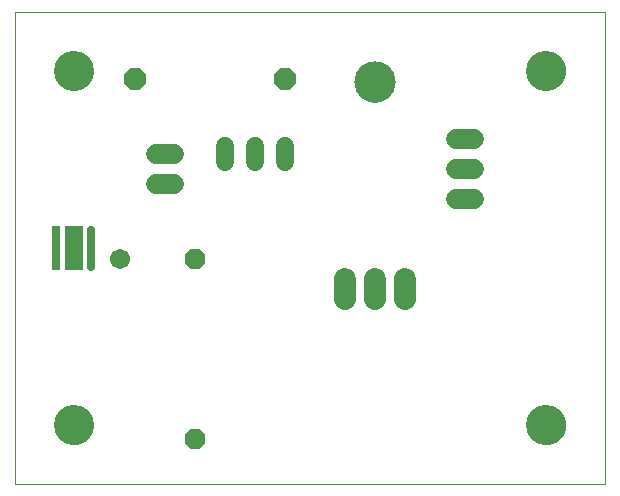
<source format=gbs>
G75*
%MOIN*%
%OFA0B0*%
%FSLAX25Y25*%
%IPPOS*%
%LPD*%
%AMOC8*
5,1,8,0,0,1.08239X$1,22.5*
%
%ADD10C,0.00000*%
%ADD11C,0.07400*%
%ADD12C,0.13800*%
%ADD13C,0.02215*%
%ADD14R,0.02769X0.14580*%
%ADD15R,0.05918X0.14580*%
%ADD16OC8,0.07400*%
%ADD17OC8,0.06800*%
%ADD18C,0.06000*%
%ADD19C,0.06800*%
%ADD20C,0.13398*%
%ADD21C,0.06706*%
D10*
X0007378Y0007378D02*
X0007378Y0164858D01*
X0204228Y0164858D01*
X0204228Y0007378D01*
X0007378Y0007378D01*
X0020764Y0027063D02*
X0020766Y0027221D01*
X0020772Y0027379D01*
X0020782Y0027537D01*
X0020796Y0027695D01*
X0020814Y0027852D01*
X0020835Y0028009D01*
X0020861Y0028165D01*
X0020891Y0028321D01*
X0020924Y0028476D01*
X0020962Y0028629D01*
X0021003Y0028782D01*
X0021048Y0028934D01*
X0021097Y0029085D01*
X0021150Y0029234D01*
X0021206Y0029382D01*
X0021266Y0029528D01*
X0021330Y0029673D01*
X0021398Y0029816D01*
X0021469Y0029958D01*
X0021543Y0030098D01*
X0021621Y0030235D01*
X0021703Y0030371D01*
X0021787Y0030505D01*
X0021876Y0030636D01*
X0021967Y0030765D01*
X0022062Y0030892D01*
X0022159Y0031017D01*
X0022260Y0031139D01*
X0022364Y0031258D01*
X0022471Y0031375D01*
X0022581Y0031489D01*
X0022694Y0031600D01*
X0022809Y0031709D01*
X0022927Y0031814D01*
X0023048Y0031916D01*
X0023171Y0032016D01*
X0023297Y0032112D01*
X0023425Y0032205D01*
X0023555Y0032295D01*
X0023688Y0032381D01*
X0023823Y0032465D01*
X0023959Y0032544D01*
X0024098Y0032621D01*
X0024239Y0032693D01*
X0024381Y0032763D01*
X0024525Y0032828D01*
X0024671Y0032890D01*
X0024818Y0032948D01*
X0024967Y0033003D01*
X0025117Y0033054D01*
X0025268Y0033101D01*
X0025420Y0033144D01*
X0025573Y0033183D01*
X0025728Y0033219D01*
X0025883Y0033250D01*
X0026039Y0033278D01*
X0026195Y0033302D01*
X0026352Y0033322D01*
X0026510Y0033338D01*
X0026667Y0033350D01*
X0026826Y0033358D01*
X0026984Y0033362D01*
X0027142Y0033362D01*
X0027300Y0033358D01*
X0027459Y0033350D01*
X0027616Y0033338D01*
X0027774Y0033322D01*
X0027931Y0033302D01*
X0028087Y0033278D01*
X0028243Y0033250D01*
X0028398Y0033219D01*
X0028553Y0033183D01*
X0028706Y0033144D01*
X0028858Y0033101D01*
X0029009Y0033054D01*
X0029159Y0033003D01*
X0029308Y0032948D01*
X0029455Y0032890D01*
X0029601Y0032828D01*
X0029745Y0032763D01*
X0029887Y0032693D01*
X0030028Y0032621D01*
X0030167Y0032544D01*
X0030303Y0032465D01*
X0030438Y0032381D01*
X0030571Y0032295D01*
X0030701Y0032205D01*
X0030829Y0032112D01*
X0030955Y0032016D01*
X0031078Y0031916D01*
X0031199Y0031814D01*
X0031317Y0031709D01*
X0031432Y0031600D01*
X0031545Y0031489D01*
X0031655Y0031375D01*
X0031762Y0031258D01*
X0031866Y0031139D01*
X0031967Y0031017D01*
X0032064Y0030892D01*
X0032159Y0030765D01*
X0032250Y0030636D01*
X0032339Y0030505D01*
X0032423Y0030371D01*
X0032505Y0030235D01*
X0032583Y0030098D01*
X0032657Y0029958D01*
X0032728Y0029816D01*
X0032796Y0029673D01*
X0032860Y0029528D01*
X0032920Y0029382D01*
X0032976Y0029234D01*
X0033029Y0029085D01*
X0033078Y0028934D01*
X0033123Y0028782D01*
X0033164Y0028629D01*
X0033202Y0028476D01*
X0033235Y0028321D01*
X0033265Y0028165D01*
X0033291Y0028009D01*
X0033312Y0027852D01*
X0033330Y0027695D01*
X0033344Y0027537D01*
X0033354Y0027379D01*
X0033360Y0027221D01*
X0033362Y0027063D01*
X0033360Y0026905D01*
X0033354Y0026747D01*
X0033344Y0026589D01*
X0033330Y0026431D01*
X0033312Y0026274D01*
X0033291Y0026117D01*
X0033265Y0025961D01*
X0033235Y0025805D01*
X0033202Y0025650D01*
X0033164Y0025497D01*
X0033123Y0025344D01*
X0033078Y0025192D01*
X0033029Y0025041D01*
X0032976Y0024892D01*
X0032920Y0024744D01*
X0032860Y0024598D01*
X0032796Y0024453D01*
X0032728Y0024310D01*
X0032657Y0024168D01*
X0032583Y0024028D01*
X0032505Y0023891D01*
X0032423Y0023755D01*
X0032339Y0023621D01*
X0032250Y0023490D01*
X0032159Y0023361D01*
X0032064Y0023234D01*
X0031967Y0023109D01*
X0031866Y0022987D01*
X0031762Y0022868D01*
X0031655Y0022751D01*
X0031545Y0022637D01*
X0031432Y0022526D01*
X0031317Y0022417D01*
X0031199Y0022312D01*
X0031078Y0022210D01*
X0030955Y0022110D01*
X0030829Y0022014D01*
X0030701Y0021921D01*
X0030571Y0021831D01*
X0030438Y0021745D01*
X0030303Y0021661D01*
X0030167Y0021582D01*
X0030028Y0021505D01*
X0029887Y0021433D01*
X0029745Y0021363D01*
X0029601Y0021298D01*
X0029455Y0021236D01*
X0029308Y0021178D01*
X0029159Y0021123D01*
X0029009Y0021072D01*
X0028858Y0021025D01*
X0028706Y0020982D01*
X0028553Y0020943D01*
X0028398Y0020907D01*
X0028243Y0020876D01*
X0028087Y0020848D01*
X0027931Y0020824D01*
X0027774Y0020804D01*
X0027616Y0020788D01*
X0027459Y0020776D01*
X0027300Y0020768D01*
X0027142Y0020764D01*
X0026984Y0020764D01*
X0026826Y0020768D01*
X0026667Y0020776D01*
X0026510Y0020788D01*
X0026352Y0020804D01*
X0026195Y0020824D01*
X0026039Y0020848D01*
X0025883Y0020876D01*
X0025728Y0020907D01*
X0025573Y0020943D01*
X0025420Y0020982D01*
X0025268Y0021025D01*
X0025117Y0021072D01*
X0024967Y0021123D01*
X0024818Y0021178D01*
X0024671Y0021236D01*
X0024525Y0021298D01*
X0024381Y0021363D01*
X0024239Y0021433D01*
X0024098Y0021505D01*
X0023959Y0021582D01*
X0023823Y0021661D01*
X0023688Y0021745D01*
X0023555Y0021831D01*
X0023425Y0021921D01*
X0023297Y0022014D01*
X0023171Y0022110D01*
X0023048Y0022210D01*
X0022927Y0022312D01*
X0022809Y0022417D01*
X0022694Y0022526D01*
X0022581Y0022637D01*
X0022471Y0022751D01*
X0022364Y0022868D01*
X0022260Y0022987D01*
X0022159Y0023109D01*
X0022062Y0023234D01*
X0021967Y0023361D01*
X0021876Y0023490D01*
X0021787Y0023621D01*
X0021703Y0023755D01*
X0021621Y0023891D01*
X0021543Y0024028D01*
X0021469Y0024168D01*
X0021398Y0024310D01*
X0021330Y0024453D01*
X0021266Y0024598D01*
X0021206Y0024744D01*
X0021150Y0024892D01*
X0021097Y0025041D01*
X0021048Y0025192D01*
X0021003Y0025344D01*
X0020962Y0025497D01*
X0020924Y0025650D01*
X0020891Y0025805D01*
X0020861Y0025961D01*
X0020835Y0026117D01*
X0020814Y0026274D01*
X0020796Y0026431D01*
X0020782Y0026589D01*
X0020772Y0026747D01*
X0020766Y0026905D01*
X0020764Y0027063D01*
X0120878Y0141378D02*
X0120880Y0141539D01*
X0120886Y0141699D01*
X0120896Y0141860D01*
X0120910Y0142020D01*
X0120928Y0142180D01*
X0120949Y0142339D01*
X0120975Y0142498D01*
X0121005Y0142656D01*
X0121038Y0142813D01*
X0121076Y0142970D01*
X0121117Y0143125D01*
X0121162Y0143279D01*
X0121211Y0143432D01*
X0121264Y0143584D01*
X0121320Y0143735D01*
X0121381Y0143884D01*
X0121444Y0144032D01*
X0121512Y0144178D01*
X0121583Y0144322D01*
X0121657Y0144464D01*
X0121735Y0144605D01*
X0121817Y0144743D01*
X0121902Y0144880D01*
X0121990Y0145014D01*
X0122082Y0145146D01*
X0122177Y0145276D01*
X0122275Y0145404D01*
X0122376Y0145529D01*
X0122480Y0145651D01*
X0122587Y0145771D01*
X0122697Y0145888D01*
X0122810Y0146003D01*
X0122926Y0146114D01*
X0123045Y0146223D01*
X0123166Y0146328D01*
X0123290Y0146431D01*
X0123416Y0146531D01*
X0123544Y0146627D01*
X0123675Y0146720D01*
X0123809Y0146810D01*
X0123944Y0146897D01*
X0124082Y0146980D01*
X0124221Y0147060D01*
X0124363Y0147136D01*
X0124506Y0147209D01*
X0124651Y0147278D01*
X0124798Y0147344D01*
X0124946Y0147406D01*
X0125096Y0147464D01*
X0125247Y0147519D01*
X0125400Y0147570D01*
X0125554Y0147617D01*
X0125709Y0147660D01*
X0125865Y0147699D01*
X0126021Y0147735D01*
X0126179Y0147766D01*
X0126337Y0147794D01*
X0126496Y0147818D01*
X0126656Y0147838D01*
X0126816Y0147854D01*
X0126976Y0147866D01*
X0127137Y0147874D01*
X0127298Y0147878D01*
X0127458Y0147878D01*
X0127619Y0147874D01*
X0127780Y0147866D01*
X0127940Y0147854D01*
X0128100Y0147838D01*
X0128260Y0147818D01*
X0128419Y0147794D01*
X0128577Y0147766D01*
X0128735Y0147735D01*
X0128891Y0147699D01*
X0129047Y0147660D01*
X0129202Y0147617D01*
X0129356Y0147570D01*
X0129509Y0147519D01*
X0129660Y0147464D01*
X0129810Y0147406D01*
X0129958Y0147344D01*
X0130105Y0147278D01*
X0130250Y0147209D01*
X0130393Y0147136D01*
X0130535Y0147060D01*
X0130674Y0146980D01*
X0130812Y0146897D01*
X0130947Y0146810D01*
X0131081Y0146720D01*
X0131212Y0146627D01*
X0131340Y0146531D01*
X0131466Y0146431D01*
X0131590Y0146328D01*
X0131711Y0146223D01*
X0131830Y0146114D01*
X0131946Y0146003D01*
X0132059Y0145888D01*
X0132169Y0145771D01*
X0132276Y0145651D01*
X0132380Y0145529D01*
X0132481Y0145404D01*
X0132579Y0145276D01*
X0132674Y0145146D01*
X0132766Y0145014D01*
X0132854Y0144880D01*
X0132939Y0144743D01*
X0133021Y0144605D01*
X0133099Y0144464D01*
X0133173Y0144322D01*
X0133244Y0144178D01*
X0133312Y0144032D01*
X0133375Y0143884D01*
X0133436Y0143735D01*
X0133492Y0143584D01*
X0133545Y0143432D01*
X0133594Y0143279D01*
X0133639Y0143125D01*
X0133680Y0142970D01*
X0133718Y0142813D01*
X0133751Y0142656D01*
X0133781Y0142498D01*
X0133807Y0142339D01*
X0133828Y0142180D01*
X0133846Y0142020D01*
X0133860Y0141860D01*
X0133870Y0141699D01*
X0133876Y0141539D01*
X0133878Y0141378D01*
X0133876Y0141217D01*
X0133870Y0141057D01*
X0133860Y0140896D01*
X0133846Y0140736D01*
X0133828Y0140576D01*
X0133807Y0140417D01*
X0133781Y0140258D01*
X0133751Y0140100D01*
X0133718Y0139943D01*
X0133680Y0139786D01*
X0133639Y0139631D01*
X0133594Y0139477D01*
X0133545Y0139324D01*
X0133492Y0139172D01*
X0133436Y0139021D01*
X0133375Y0138872D01*
X0133312Y0138724D01*
X0133244Y0138578D01*
X0133173Y0138434D01*
X0133099Y0138292D01*
X0133021Y0138151D01*
X0132939Y0138013D01*
X0132854Y0137876D01*
X0132766Y0137742D01*
X0132674Y0137610D01*
X0132579Y0137480D01*
X0132481Y0137352D01*
X0132380Y0137227D01*
X0132276Y0137105D01*
X0132169Y0136985D01*
X0132059Y0136868D01*
X0131946Y0136753D01*
X0131830Y0136642D01*
X0131711Y0136533D01*
X0131590Y0136428D01*
X0131466Y0136325D01*
X0131340Y0136225D01*
X0131212Y0136129D01*
X0131081Y0136036D01*
X0130947Y0135946D01*
X0130812Y0135859D01*
X0130674Y0135776D01*
X0130535Y0135696D01*
X0130393Y0135620D01*
X0130250Y0135547D01*
X0130105Y0135478D01*
X0129958Y0135412D01*
X0129810Y0135350D01*
X0129660Y0135292D01*
X0129509Y0135237D01*
X0129356Y0135186D01*
X0129202Y0135139D01*
X0129047Y0135096D01*
X0128891Y0135057D01*
X0128735Y0135021D01*
X0128577Y0134990D01*
X0128419Y0134962D01*
X0128260Y0134938D01*
X0128100Y0134918D01*
X0127940Y0134902D01*
X0127780Y0134890D01*
X0127619Y0134882D01*
X0127458Y0134878D01*
X0127298Y0134878D01*
X0127137Y0134882D01*
X0126976Y0134890D01*
X0126816Y0134902D01*
X0126656Y0134918D01*
X0126496Y0134938D01*
X0126337Y0134962D01*
X0126179Y0134990D01*
X0126021Y0135021D01*
X0125865Y0135057D01*
X0125709Y0135096D01*
X0125554Y0135139D01*
X0125400Y0135186D01*
X0125247Y0135237D01*
X0125096Y0135292D01*
X0124946Y0135350D01*
X0124798Y0135412D01*
X0124651Y0135478D01*
X0124506Y0135547D01*
X0124363Y0135620D01*
X0124221Y0135696D01*
X0124082Y0135776D01*
X0123944Y0135859D01*
X0123809Y0135946D01*
X0123675Y0136036D01*
X0123544Y0136129D01*
X0123416Y0136225D01*
X0123290Y0136325D01*
X0123166Y0136428D01*
X0123045Y0136533D01*
X0122926Y0136642D01*
X0122810Y0136753D01*
X0122697Y0136868D01*
X0122587Y0136985D01*
X0122480Y0137105D01*
X0122376Y0137227D01*
X0122275Y0137352D01*
X0122177Y0137480D01*
X0122082Y0137610D01*
X0121990Y0137742D01*
X0121902Y0137876D01*
X0121817Y0138013D01*
X0121735Y0138151D01*
X0121657Y0138292D01*
X0121583Y0138434D01*
X0121512Y0138578D01*
X0121444Y0138724D01*
X0121381Y0138872D01*
X0121320Y0139021D01*
X0121264Y0139172D01*
X0121211Y0139324D01*
X0121162Y0139477D01*
X0121117Y0139631D01*
X0121076Y0139786D01*
X0121038Y0139943D01*
X0121005Y0140100D01*
X0120975Y0140258D01*
X0120949Y0140417D01*
X0120928Y0140576D01*
X0120910Y0140736D01*
X0120896Y0140896D01*
X0120886Y0141057D01*
X0120880Y0141217D01*
X0120878Y0141378D01*
X0178244Y0145173D02*
X0178246Y0145331D01*
X0178252Y0145489D01*
X0178262Y0145647D01*
X0178276Y0145805D01*
X0178294Y0145962D01*
X0178315Y0146119D01*
X0178341Y0146275D01*
X0178371Y0146431D01*
X0178404Y0146586D01*
X0178442Y0146739D01*
X0178483Y0146892D01*
X0178528Y0147044D01*
X0178577Y0147195D01*
X0178630Y0147344D01*
X0178686Y0147492D01*
X0178746Y0147638D01*
X0178810Y0147783D01*
X0178878Y0147926D01*
X0178949Y0148068D01*
X0179023Y0148208D01*
X0179101Y0148345D01*
X0179183Y0148481D01*
X0179267Y0148615D01*
X0179356Y0148746D01*
X0179447Y0148875D01*
X0179542Y0149002D01*
X0179639Y0149127D01*
X0179740Y0149249D01*
X0179844Y0149368D01*
X0179951Y0149485D01*
X0180061Y0149599D01*
X0180174Y0149710D01*
X0180289Y0149819D01*
X0180407Y0149924D01*
X0180528Y0150026D01*
X0180651Y0150126D01*
X0180777Y0150222D01*
X0180905Y0150315D01*
X0181035Y0150405D01*
X0181168Y0150491D01*
X0181303Y0150575D01*
X0181439Y0150654D01*
X0181578Y0150731D01*
X0181719Y0150803D01*
X0181861Y0150873D01*
X0182005Y0150938D01*
X0182151Y0151000D01*
X0182298Y0151058D01*
X0182447Y0151113D01*
X0182597Y0151164D01*
X0182748Y0151211D01*
X0182900Y0151254D01*
X0183053Y0151293D01*
X0183208Y0151329D01*
X0183363Y0151360D01*
X0183519Y0151388D01*
X0183675Y0151412D01*
X0183832Y0151432D01*
X0183990Y0151448D01*
X0184147Y0151460D01*
X0184306Y0151468D01*
X0184464Y0151472D01*
X0184622Y0151472D01*
X0184780Y0151468D01*
X0184939Y0151460D01*
X0185096Y0151448D01*
X0185254Y0151432D01*
X0185411Y0151412D01*
X0185567Y0151388D01*
X0185723Y0151360D01*
X0185878Y0151329D01*
X0186033Y0151293D01*
X0186186Y0151254D01*
X0186338Y0151211D01*
X0186489Y0151164D01*
X0186639Y0151113D01*
X0186788Y0151058D01*
X0186935Y0151000D01*
X0187081Y0150938D01*
X0187225Y0150873D01*
X0187367Y0150803D01*
X0187508Y0150731D01*
X0187647Y0150654D01*
X0187783Y0150575D01*
X0187918Y0150491D01*
X0188051Y0150405D01*
X0188181Y0150315D01*
X0188309Y0150222D01*
X0188435Y0150126D01*
X0188558Y0150026D01*
X0188679Y0149924D01*
X0188797Y0149819D01*
X0188912Y0149710D01*
X0189025Y0149599D01*
X0189135Y0149485D01*
X0189242Y0149368D01*
X0189346Y0149249D01*
X0189447Y0149127D01*
X0189544Y0149002D01*
X0189639Y0148875D01*
X0189730Y0148746D01*
X0189819Y0148615D01*
X0189903Y0148481D01*
X0189985Y0148345D01*
X0190063Y0148208D01*
X0190137Y0148068D01*
X0190208Y0147926D01*
X0190276Y0147783D01*
X0190340Y0147638D01*
X0190400Y0147492D01*
X0190456Y0147344D01*
X0190509Y0147195D01*
X0190558Y0147044D01*
X0190603Y0146892D01*
X0190644Y0146739D01*
X0190682Y0146586D01*
X0190715Y0146431D01*
X0190745Y0146275D01*
X0190771Y0146119D01*
X0190792Y0145962D01*
X0190810Y0145805D01*
X0190824Y0145647D01*
X0190834Y0145489D01*
X0190840Y0145331D01*
X0190842Y0145173D01*
X0190840Y0145015D01*
X0190834Y0144857D01*
X0190824Y0144699D01*
X0190810Y0144541D01*
X0190792Y0144384D01*
X0190771Y0144227D01*
X0190745Y0144071D01*
X0190715Y0143915D01*
X0190682Y0143760D01*
X0190644Y0143607D01*
X0190603Y0143454D01*
X0190558Y0143302D01*
X0190509Y0143151D01*
X0190456Y0143002D01*
X0190400Y0142854D01*
X0190340Y0142708D01*
X0190276Y0142563D01*
X0190208Y0142420D01*
X0190137Y0142278D01*
X0190063Y0142138D01*
X0189985Y0142001D01*
X0189903Y0141865D01*
X0189819Y0141731D01*
X0189730Y0141600D01*
X0189639Y0141471D01*
X0189544Y0141344D01*
X0189447Y0141219D01*
X0189346Y0141097D01*
X0189242Y0140978D01*
X0189135Y0140861D01*
X0189025Y0140747D01*
X0188912Y0140636D01*
X0188797Y0140527D01*
X0188679Y0140422D01*
X0188558Y0140320D01*
X0188435Y0140220D01*
X0188309Y0140124D01*
X0188181Y0140031D01*
X0188051Y0139941D01*
X0187918Y0139855D01*
X0187783Y0139771D01*
X0187647Y0139692D01*
X0187508Y0139615D01*
X0187367Y0139543D01*
X0187225Y0139473D01*
X0187081Y0139408D01*
X0186935Y0139346D01*
X0186788Y0139288D01*
X0186639Y0139233D01*
X0186489Y0139182D01*
X0186338Y0139135D01*
X0186186Y0139092D01*
X0186033Y0139053D01*
X0185878Y0139017D01*
X0185723Y0138986D01*
X0185567Y0138958D01*
X0185411Y0138934D01*
X0185254Y0138914D01*
X0185096Y0138898D01*
X0184939Y0138886D01*
X0184780Y0138878D01*
X0184622Y0138874D01*
X0184464Y0138874D01*
X0184306Y0138878D01*
X0184147Y0138886D01*
X0183990Y0138898D01*
X0183832Y0138914D01*
X0183675Y0138934D01*
X0183519Y0138958D01*
X0183363Y0138986D01*
X0183208Y0139017D01*
X0183053Y0139053D01*
X0182900Y0139092D01*
X0182748Y0139135D01*
X0182597Y0139182D01*
X0182447Y0139233D01*
X0182298Y0139288D01*
X0182151Y0139346D01*
X0182005Y0139408D01*
X0181861Y0139473D01*
X0181719Y0139543D01*
X0181578Y0139615D01*
X0181439Y0139692D01*
X0181303Y0139771D01*
X0181168Y0139855D01*
X0181035Y0139941D01*
X0180905Y0140031D01*
X0180777Y0140124D01*
X0180651Y0140220D01*
X0180528Y0140320D01*
X0180407Y0140422D01*
X0180289Y0140527D01*
X0180174Y0140636D01*
X0180061Y0140747D01*
X0179951Y0140861D01*
X0179844Y0140978D01*
X0179740Y0141097D01*
X0179639Y0141219D01*
X0179542Y0141344D01*
X0179447Y0141471D01*
X0179356Y0141600D01*
X0179267Y0141731D01*
X0179183Y0141865D01*
X0179101Y0142001D01*
X0179023Y0142138D01*
X0178949Y0142278D01*
X0178878Y0142420D01*
X0178810Y0142563D01*
X0178746Y0142708D01*
X0178686Y0142854D01*
X0178630Y0143002D01*
X0178577Y0143151D01*
X0178528Y0143302D01*
X0178483Y0143454D01*
X0178442Y0143607D01*
X0178404Y0143760D01*
X0178371Y0143915D01*
X0178341Y0144071D01*
X0178315Y0144227D01*
X0178294Y0144384D01*
X0178276Y0144541D01*
X0178262Y0144699D01*
X0178252Y0144857D01*
X0178246Y0145015D01*
X0178244Y0145173D01*
X0178244Y0027063D02*
X0178246Y0027221D01*
X0178252Y0027379D01*
X0178262Y0027537D01*
X0178276Y0027695D01*
X0178294Y0027852D01*
X0178315Y0028009D01*
X0178341Y0028165D01*
X0178371Y0028321D01*
X0178404Y0028476D01*
X0178442Y0028629D01*
X0178483Y0028782D01*
X0178528Y0028934D01*
X0178577Y0029085D01*
X0178630Y0029234D01*
X0178686Y0029382D01*
X0178746Y0029528D01*
X0178810Y0029673D01*
X0178878Y0029816D01*
X0178949Y0029958D01*
X0179023Y0030098D01*
X0179101Y0030235D01*
X0179183Y0030371D01*
X0179267Y0030505D01*
X0179356Y0030636D01*
X0179447Y0030765D01*
X0179542Y0030892D01*
X0179639Y0031017D01*
X0179740Y0031139D01*
X0179844Y0031258D01*
X0179951Y0031375D01*
X0180061Y0031489D01*
X0180174Y0031600D01*
X0180289Y0031709D01*
X0180407Y0031814D01*
X0180528Y0031916D01*
X0180651Y0032016D01*
X0180777Y0032112D01*
X0180905Y0032205D01*
X0181035Y0032295D01*
X0181168Y0032381D01*
X0181303Y0032465D01*
X0181439Y0032544D01*
X0181578Y0032621D01*
X0181719Y0032693D01*
X0181861Y0032763D01*
X0182005Y0032828D01*
X0182151Y0032890D01*
X0182298Y0032948D01*
X0182447Y0033003D01*
X0182597Y0033054D01*
X0182748Y0033101D01*
X0182900Y0033144D01*
X0183053Y0033183D01*
X0183208Y0033219D01*
X0183363Y0033250D01*
X0183519Y0033278D01*
X0183675Y0033302D01*
X0183832Y0033322D01*
X0183990Y0033338D01*
X0184147Y0033350D01*
X0184306Y0033358D01*
X0184464Y0033362D01*
X0184622Y0033362D01*
X0184780Y0033358D01*
X0184939Y0033350D01*
X0185096Y0033338D01*
X0185254Y0033322D01*
X0185411Y0033302D01*
X0185567Y0033278D01*
X0185723Y0033250D01*
X0185878Y0033219D01*
X0186033Y0033183D01*
X0186186Y0033144D01*
X0186338Y0033101D01*
X0186489Y0033054D01*
X0186639Y0033003D01*
X0186788Y0032948D01*
X0186935Y0032890D01*
X0187081Y0032828D01*
X0187225Y0032763D01*
X0187367Y0032693D01*
X0187508Y0032621D01*
X0187647Y0032544D01*
X0187783Y0032465D01*
X0187918Y0032381D01*
X0188051Y0032295D01*
X0188181Y0032205D01*
X0188309Y0032112D01*
X0188435Y0032016D01*
X0188558Y0031916D01*
X0188679Y0031814D01*
X0188797Y0031709D01*
X0188912Y0031600D01*
X0189025Y0031489D01*
X0189135Y0031375D01*
X0189242Y0031258D01*
X0189346Y0031139D01*
X0189447Y0031017D01*
X0189544Y0030892D01*
X0189639Y0030765D01*
X0189730Y0030636D01*
X0189819Y0030505D01*
X0189903Y0030371D01*
X0189985Y0030235D01*
X0190063Y0030098D01*
X0190137Y0029958D01*
X0190208Y0029816D01*
X0190276Y0029673D01*
X0190340Y0029528D01*
X0190400Y0029382D01*
X0190456Y0029234D01*
X0190509Y0029085D01*
X0190558Y0028934D01*
X0190603Y0028782D01*
X0190644Y0028629D01*
X0190682Y0028476D01*
X0190715Y0028321D01*
X0190745Y0028165D01*
X0190771Y0028009D01*
X0190792Y0027852D01*
X0190810Y0027695D01*
X0190824Y0027537D01*
X0190834Y0027379D01*
X0190840Y0027221D01*
X0190842Y0027063D01*
X0190840Y0026905D01*
X0190834Y0026747D01*
X0190824Y0026589D01*
X0190810Y0026431D01*
X0190792Y0026274D01*
X0190771Y0026117D01*
X0190745Y0025961D01*
X0190715Y0025805D01*
X0190682Y0025650D01*
X0190644Y0025497D01*
X0190603Y0025344D01*
X0190558Y0025192D01*
X0190509Y0025041D01*
X0190456Y0024892D01*
X0190400Y0024744D01*
X0190340Y0024598D01*
X0190276Y0024453D01*
X0190208Y0024310D01*
X0190137Y0024168D01*
X0190063Y0024028D01*
X0189985Y0023891D01*
X0189903Y0023755D01*
X0189819Y0023621D01*
X0189730Y0023490D01*
X0189639Y0023361D01*
X0189544Y0023234D01*
X0189447Y0023109D01*
X0189346Y0022987D01*
X0189242Y0022868D01*
X0189135Y0022751D01*
X0189025Y0022637D01*
X0188912Y0022526D01*
X0188797Y0022417D01*
X0188679Y0022312D01*
X0188558Y0022210D01*
X0188435Y0022110D01*
X0188309Y0022014D01*
X0188181Y0021921D01*
X0188051Y0021831D01*
X0187918Y0021745D01*
X0187783Y0021661D01*
X0187647Y0021582D01*
X0187508Y0021505D01*
X0187367Y0021433D01*
X0187225Y0021363D01*
X0187081Y0021298D01*
X0186935Y0021236D01*
X0186788Y0021178D01*
X0186639Y0021123D01*
X0186489Y0021072D01*
X0186338Y0021025D01*
X0186186Y0020982D01*
X0186033Y0020943D01*
X0185878Y0020907D01*
X0185723Y0020876D01*
X0185567Y0020848D01*
X0185411Y0020824D01*
X0185254Y0020804D01*
X0185096Y0020788D01*
X0184939Y0020776D01*
X0184780Y0020768D01*
X0184622Y0020764D01*
X0184464Y0020764D01*
X0184306Y0020768D01*
X0184147Y0020776D01*
X0183990Y0020788D01*
X0183832Y0020804D01*
X0183675Y0020824D01*
X0183519Y0020848D01*
X0183363Y0020876D01*
X0183208Y0020907D01*
X0183053Y0020943D01*
X0182900Y0020982D01*
X0182748Y0021025D01*
X0182597Y0021072D01*
X0182447Y0021123D01*
X0182298Y0021178D01*
X0182151Y0021236D01*
X0182005Y0021298D01*
X0181861Y0021363D01*
X0181719Y0021433D01*
X0181578Y0021505D01*
X0181439Y0021582D01*
X0181303Y0021661D01*
X0181168Y0021745D01*
X0181035Y0021831D01*
X0180905Y0021921D01*
X0180777Y0022014D01*
X0180651Y0022110D01*
X0180528Y0022210D01*
X0180407Y0022312D01*
X0180289Y0022417D01*
X0180174Y0022526D01*
X0180061Y0022637D01*
X0179951Y0022751D01*
X0179844Y0022868D01*
X0179740Y0022987D01*
X0179639Y0023109D01*
X0179542Y0023234D01*
X0179447Y0023361D01*
X0179356Y0023490D01*
X0179267Y0023621D01*
X0179183Y0023755D01*
X0179101Y0023891D01*
X0179023Y0024028D01*
X0178949Y0024168D01*
X0178878Y0024310D01*
X0178810Y0024453D01*
X0178746Y0024598D01*
X0178686Y0024744D01*
X0178630Y0024892D01*
X0178577Y0025041D01*
X0178528Y0025192D01*
X0178483Y0025344D01*
X0178442Y0025497D01*
X0178404Y0025650D01*
X0178371Y0025805D01*
X0178341Y0025961D01*
X0178315Y0026117D01*
X0178294Y0026274D01*
X0178276Y0026431D01*
X0178262Y0026589D01*
X0178252Y0026747D01*
X0178246Y0026905D01*
X0178244Y0027063D01*
X0020764Y0145173D02*
X0020766Y0145331D01*
X0020772Y0145489D01*
X0020782Y0145647D01*
X0020796Y0145805D01*
X0020814Y0145962D01*
X0020835Y0146119D01*
X0020861Y0146275D01*
X0020891Y0146431D01*
X0020924Y0146586D01*
X0020962Y0146739D01*
X0021003Y0146892D01*
X0021048Y0147044D01*
X0021097Y0147195D01*
X0021150Y0147344D01*
X0021206Y0147492D01*
X0021266Y0147638D01*
X0021330Y0147783D01*
X0021398Y0147926D01*
X0021469Y0148068D01*
X0021543Y0148208D01*
X0021621Y0148345D01*
X0021703Y0148481D01*
X0021787Y0148615D01*
X0021876Y0148746D01*
X0021967Y0148875D01*
X0022062Y0149002D01*
X0022159Y0149127D01*
X0022260Y0149249D01*
X0022364Y0149368D01*
X0022471Y0149485D01*
X0022581Y0149599D01*
X0022694Y0149710D01*
X0022809Y0149819D01*
X0022927Y0149924D01*
X0023048Y0150026D01*
X0023171Y0150126D01*
X0023297Y0150222D01*
X0023425Y0150315D01*
X0023555Y0150405D01*
X0023688Y0150491D01*
X0023823Y0150575D01*
X0023959Y0150654D01*
X0024098Y0150731D01*
X0024239Y0150803D01*
X0024381Y0150873D01*
X0024525Y0150938D01*
X0024671Y0151000D01*
X0024818Y0151058D01*
X0024967Y0151113D01*
X0025117Y0151164D01*
X0025268Y0151211D01*
X0025420Y0151254D01*
X0025573Y0151293D01*
X0025728Y0151329D01*
X0025883Y0151360D01*
X0026039Y0151388D01*
X0026195Y0151412D01*
X0026352Y0151432D01*
X0026510Y0151448D01*
X0026667Y0151460D01*
X0026826Y0151468D01*
X0026984Y0151472D01*
X0027142Y0151472D01*
X0027300Y0151468D01*
X0027459Y0151460D01*
X0027616Y0151448D01*
X0027774Y0151432D01*
X0027931Y0151412D01*
X0028087Y0151388D01*
X0028243Y0151360D01*
X0028398Y0151329D01*
X0028553Y0151293D01*
X0028706Y0151254D01*
X0028858Y0151211D01*
X0029009Y0151164D01*
X0029159Y0151113D01*
X0029308Y0151058D01*
X0029455Y0151000D01*
X0029601Y0150938D01*
X0029745Y0150873D01*
X0029887Y0150803D01*
X0030028Y0150731D01*
X0030167Y0150654D01*
X0030303Y0150575D01*
X0030438Y0150491D01*
X0030571Y0150405D01*
X0030701Y0150315D01*
X0030829Y0150222D01*
X0030955Y0150126D01*
X0031078Y0150026D01*
X0031199Y0149924D01*
X0031317Y0149819D01*
X0031432Y0149710D01*
X0031545Y0149599D01*
X0031655Y0149485D01*
X0031762Y0149368D01*
X0031866Y0149249D01*
X0031967Y0149127D01*
X0032064Y0149002D01*
X0032159Y0148875D01*
X0032250Y0148746D01*
X0032339Y0148615D01*
X0032423Y0148481D01*
X0032505Y0148345D01*
X0032583Y0148208D01*
X0032657Y0148068D01*
X0032728Y0147926D01*
X0032796Y0147783D01*
X0032860Y0147638D01*
X0032920Y0147492D01*
X0032976Y0147344D01*
X0033029Y0147195D01*
X0033078Y0147044D01*
X0033123Y0146892D01*
X0033164Y0146739D01*
X0033202Y0146586D01*
X0033235Y0146431D01*
X0033265Y0146275D01*
X0033291Y0146119D01*
X0033312Y0145962D01*
X0033330Y0145805D01*
X0033344Y0145647D01*
X0033354Y0145489D01*
X0033360Y0145331D01*
X0033362Y0145173D01*
X0033360Y0145015D01*
X0033354Y0144857D01*
X0033344Y0144699D01*
X0033330Y0144541D01*
X0033312Y0144384D01*
X0033291Y0144227D01*
X0033265Y0144071D01*
X0033235Y0143915D01*
X0033202Y0143760D01*
X0033164Y0143607D01*
X0033123Y0143454D01*
X0033078Y0143302D01*
X0033029Y0143151D01*
X0032976Y0143002D01*
X0032920Y0142854D01*
X0032860Y0142708D01*
X0032796Y0142563D01*
X0032728Y0142420D01*
X0032657Y0142278D01*
X0032583Y0142138D01*
X0032505Y0142001D01*
X0032423Y0141865D01*
X0032339Y0141731D01*
X0032250Y0141600D01*
X0032159Y0141471D01*
X0032064Y0141344D01*
X0031967Y0141219D01*
X0031866Y0141097D01*
X0031762Y0140978D01*
X0031655Y0140861D01*
X0031545Y0140747D01*
X0031432Y0140636D01*
X0031317Y0140527D01*
X0031199Y0140422D01*
X0031078Y0140320D01*
X0030955Y0140220D01*
X0030829Y0140124D01*
X0030701Y0140031D01*
X0030571Y0139941D01*
X0030438Y0139855D01*
X0030303Y0139771D01*
X0030167Y0139692D01*
X0030028Y0139615D01*
X0029887Y0139543D01*
X0029745Y0139473D01*
X0029601Y0139408D01*
X0029455Y0139346D01*
X0029308Y0139288D01*
X0029159Y0139233D01*
X0029009Y0139182D01*
X0028858Y0139135D01*
X0028706Y0139092D01*
X0028553Y0139053D01*
X0028398Y0139017D01*
X0028243Y0138986D01*
X0028087Y0138958D01*
X0027931Y0138934D01*
X0027774Y0138914D01*
X0027616Y0138898D01*
X0027459Y0138886D01*
X0027300Y0138878D01*
X0027142Y0138874D01*
X0026984Y0138874D01*
X0026826Y0138878D01*
X0026667Y0138886D01*
X0026510Y0138898D01*
X0026352Y0138914D01*
X0026195Y0138934D01*
X0026039Y0138958D01*
X0025883Y0138986D01*
X0025728Y0139017D01*
X0025573Y0139053D01*
X0025420Y0139092D01*
X0025268Y0139135D01*
X0025117Y0139182D01*
X0024967Y0139233D01*
X0024818Y0139288D01*
X0024671Y0139346D01*
X0024525Y0139408D01*
X0024381Y0139473D01*
X0024239Y0139543D01*
X0024098Y0139615D01*
X0023959Y0139692D01*
X0023823Y0139771D01*
X0023688Y0139855D01*
X0023555Y0139941D01*
X0023425Y0140031D01*
X0023297Y0140124D01*
X0023171Y0140220D01*
X0023048Y0140320D01*
X0022927Y0140422D01*
X0022809Y0140527D01*
X0022694Y0140636D01*
X0022581Y0140747D01*
X0022471Y0140861D01*
X0022364Y0140978D01*
X0022260Y0141097D01*
X0022159Y0141219D01*
X0022062Y0141344D01*
X0021967Y0141471D01*
X0021876Y0141600D01*
X0021787Y0141731D01*
X0021703Y0141865D01*
X0021621Y0142001D01*
X0021543Y0142138D01*
X0021469Y0142278D01*
X0021398Y0142420D01*
X0021330Y0142563D01*
X0021266Y0142708D01*
X0021206Y0142854D01*
X0021150Y0143002D01*
X0021097Y0143151D01*
X0021048Y0143302D01*
X0021003Y0143454D01*
X0020962Y0143607D01*
X0020924Y0143760D01*
X0020891Y0143915D01*
X0020861Y0144071D01*
X0020835Y0144227D01*
X0020814Y0144384D01*
X0020796Y0144541D01*
X0020782Y0144699D01*
X0020772Y0144857D01*
X0020766Y0145015D01*
X0020764Y0145173D01*
D11*
X0117378Y0075678D02*
X0117378Y0069078D01*
X0127378Y0069078D02*
X0127378Y0075678D01*
X0137378Y0075678D02*
X0137378Y0069078D01*
D12*
X0127378Y0141378D03*
D13*
X0032852Y0092301D02*
X0032298Y0092301D01*
X0032852Y0092301D02*
X0032852Y0079935D01*
X0032298Y0079935D01*
X0032298Y0092301D01*
X0032298Y0082149D02*
X0032852Y0082149D01*
X0032852Y0084363D02*
X0032298Y0084363D01*
X0032298Y0086577D02*
X0032852Y0086577D01*
X0032852Y0088791D02*
X0032298Y0088791D01*
X0032298Y0091005D02*
X0032852Y0091005D01*
D14*
X0021157Y0086118D03*
D15*
X0027063Y0086118D03*
D16*
X0047378Y0142378D03*
X0097378Y0142378D03*
D17*
X0067378Y0082378D03*
X0067378Y0022378D03*
D18*
X0077378Y0114778D02*
X0077378Y0119978D01*
X0087378Y0119978D02*
X0087378Y0114778D01*
X0097378Y0114778D02*
X0097378Y0119978D01*
D19*
X0060378Y0117378D02*
X0054378Y0117378D01*
X0054378Y0107378D02*
X0060378Y0107378D01*
X0154378Y0112378D02*
X0160378Y0112378D01*
X0160378Y0122378D02*
X0154378Y0122378D01*
X0154378Y0102378D02*
X0160378Y0102378D01*
D20*
X0184543Y0145173D03*
X0184543Y0027063D03*
X0027063Y0027063D03*
X0027063Y0145173D03*
D21*
X0042378Y0082378D03*
M02*

</source>
